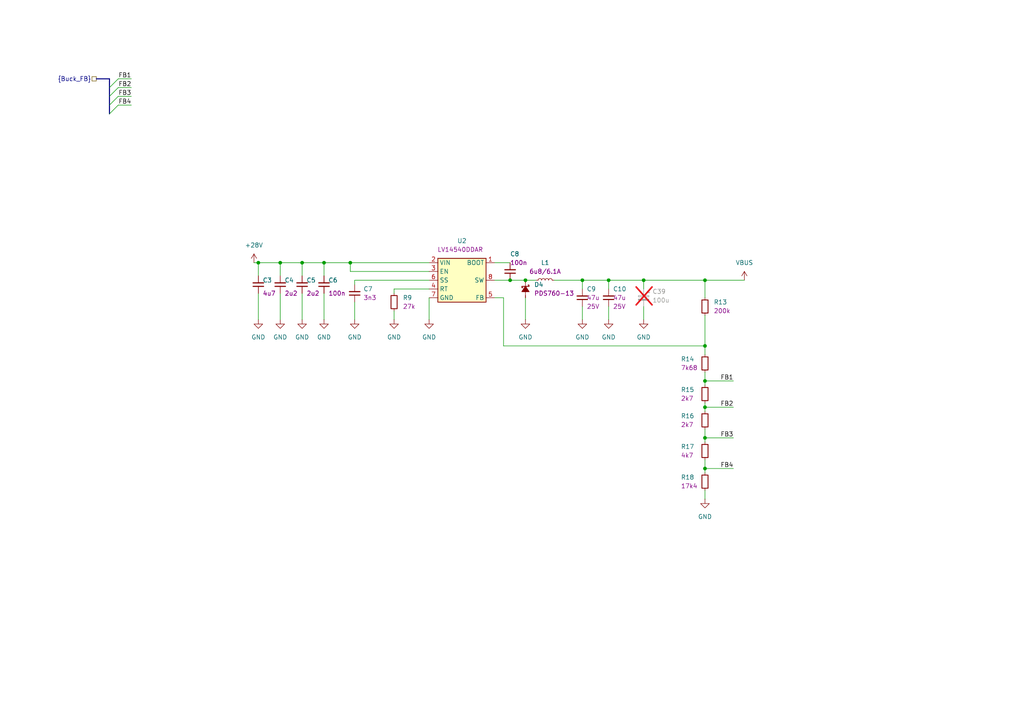
<source format=kicad_sch>
(kicad_sch (version 20230121) (generator eeschema)
  (paper "A4")
  (lib_symbols
    (symbol "antmicroCapacitors0402:C_3n3_0402" (pin_numbers hide) (pin_names hide)
      (property "Reference" "C" (at 20.32 -5.08 0))
      (property "Val" "3n3" (at 20.32 -7.62 0))
      (symbol "C_3n3_0402_0_1"
        (polyline (pts (xy 2.032 -1.524) (xy 2.032 1.524)) (stroke (width 0.3048)))
        (polyline (pts (xy 3.048 -1.524) (xy 3.048 1.524)) (stroke (width 0.3302)))
      )
      (symbol "C_3n3_0402_1_1"
        (pin passive line (at 0 0 0) (length 2.032) (name "~") (number "1"))
        (pin passive line (at 5.08 0 180) (length 2.032) (name "~") (number "2"))
      )
    )
    (symbol "antmicroCapacitors0603:C_100n_100V_X7R_0603" (pin_numbers hide) (pin_names hide)
      (property "Reference" "C" (at 15.24 -5.08 0))
      (property "Val" "100n" (at 15.24 -7.62 0))
      (symbol "C_100n_100V_X7R_0603_0_1"
        (polyline (pts (xy 2.032 -1.524) (xy 2.032 1.524)) (stroke (width 0.3048)))
        (polyline (pts (xy 3.048 -1.524) (xy 3.048 1.524)) (stroke (width 0.3302)))
      )
      (symbol "C_100n_100V_X7R_0603_1_1"
        (pin passive line (at 0 0 0) (length 2.032) (name "~") (number "1"))
        (pin passive line (at 5.08 0 180) (length 2.032) (name "~") (number "2"))
      )
    )
    (symbol "antmicroCapacitorsmisc:C_2u2_1210" (pin_numbers hide) (pin_names hide)
      (property "Reference" "C" (at 20.32 -5.08 0))
      (property "Val" "2u2" (at 20.32 -7.62 0))
      (symbol "C_2u2_1210_0_1"
        (polyline (pts (xy 2.032 -1.524) (xy 2.032 1.524)) (stroke (width 0.3048)))
        (polyline (pts (xy 3.048 -1.524) (xy 3.048 1.524)) (stroke (width 0.3302)))
      )
      (symbol "C_2u2_1210_1_1"
        (pin passive line (at 0 0 0) (length 2.032) (name "~") (number "1"))
        (pin passive line (at 5.08 0 180) (length 2.032) (name "~") (number "2"))
      )
    )
    (symbol "antmicroCapacitorsmisc:C_47u_25V_1206" (pin_numbers hide) (pin_names hide)
      (property "Reference" "C" (at 15.24 -5.08 0))
      (property "Val" "47u" (at 15.24 -7.62 0))
      (property "Voltage" "25V" (at 15.24 -10.16 0))
      (symbol "C_47u_25V_1206_0_1"
        (polyline (pts (xy 2.032 -1.524) (xy 2.032 1.524)) (stroke (width 0.3048)))
        (polyline (pts (xy 3.048 -1.524) (xy 3.048 1.524)) (stroke (width 0.3302)))
      )
      (symbol "C_47u_25V_1206_1_1"
        (pin passive line (at 0 0 0) (length 2.032) (name "~") (number "1"))
        (pin passive line (at 5.08 0 180) (length 2.032) (name "~") (number "2"))
      )
    )
    (symbol "antmicroCapacitorsmisc:C_4u7_1210_100V" (pin_numbers hide) (pin_names hide)
      (property "Reference" "C" (at 20.32 -5.08 0))
      (property "Val" "4u7" (at 20.32 -7.62 0))
      (symbol "C_4u7_1210_100V_0_1"
        (polyline (pts (xy 2.032 -1.524) (xy 2.032 1.524)) (stroke (width 0.3048)))
        (polyline (pts (xy 3.048 -1.524) (xy 3.048 1.524)) (stroke (width 0.3302)))
      )
      (symbol "C_4u7_1210_100V_1_1"
        (pin passive line (at 0 0 0) (length 2.032) (name "~") (number "1"))
        (pin passive line (at 5.08 0 180) (length 2.032) (name "~") (number "2"))
      )
    )
    (symbol "antmicroCapacitorspol:C_Pol_100u_35V_Panasonic-FP-D8-D6.3mm-H7.7mm" (pin_numbers hide) (pin_names hide)
      (property "Reference" "C" (at 13.97 0 0))
      (property "Val" "100u" (at 13.97 -5.08 0))
      (symbol "C_Pol_100u_35V_Panasonic-FP-D8-D6.3mm-H7.7mm_0_1"
        (polyline (pts (xy 0.9652 1.27) (xy 0.9652 1.778)))
        (polyline (pts (xy 1.2192 1.524) (xy 0.7112 1.524)))
        (rectangle (start 1.905 -1.524) (end 2.286 1.524))
        (rectangle (start 2.921 -1.524) (end 3.302 1.524) (fill (type outline)))
      )
      (symbol "C_Pol_100u_35V_Panasonic-FP-D8-D6.3mm-H7.7mm_1_1"
        (pin passive line (at 0 0 0) (length 1.8542) (name "~") (number "1"))
        (pin passive line (at 5.08 0 180) (length 1.8542) (name "~") (number "2"))
      )
    )
    (symbol "antmicroDCDCConverters:LV14540DDAR"
      (property "Reference" "U" (at 33.02 -5.08 0))
      (property "MPN" "LV14540DDAR " (at 33.02 -7.62 0))
      (symbol "LV14540DDAR_1_1"
        (rectangle (start 2.54 1.27) (end 16.51 -11.43) (stroke (width 0.254)) (fill (type background)))
        (pin input line (at 19.05 0 180) (length 2.54) (name "BOOT") (number "1"))
        (pin power_in line (at 0 0 0) (length 2.54) (name "VIN") (number "2"))
        (pin input line (at 0 -2.54 0) (length 2.54) (name "EN") (number "3"))
        (pin input line (at 0 -7.62 0) (length 2.54) (name "RT") (number "4"))
        (pin input line (at 19.05 -10.16 180) (length 2.54) (name "FB") (number "5"))
        (pin input line (at 0 -5.08 0) (length 2.54) (name "SS") (number "6"))
        (pin power_in line (at 0 -10.16 0) (length 2.54) (name "GND") (number "7"))
        (pin power_out line (at 19.05 -5.08 180) (length 2.54) (name "SW") (number "8"))
        (pin passive line (at 0 -10.16 0) (length 2.54) hide (name "GND") (number "9"))
      )
    )
    (symbol "antmicroDiodesRectifiersSingle:PDS760" (pin_numbers hide) (pin_names hide)
      (property "Reference" "D" (at 22.86 -5.08 0))
      (property "MPN" "PDS760-13" (at 22.86 -7.62 0))
      (symbol "PDS760_0_1"
        (polyline (pts (xy 1.905 0) (xy 0.635 0)))
        (polyline (pts (xy 4.445 0) (xy 3.175 0)))
      )
      (symbol "PDS760_1_1"
        (polyline (pts (xy 1.778 1.016) (xy 1.778 -1.016)) (stroke (width 0.254)))
        (polyline (pts (xy 1.778 -1.016) (xy 2.159 -1.016) (xy 2.159 -0.762)) (stroke (width 0.254)))
        (polyline (pts (xy 1.778 1.016) (xy 1.397 1.016) (xy 1.397 0.762)) (stroke (width 0.254)))
        (polyline (pts (xy 3.302 1.016) (xy 3.302 -1.016) (xy 1.778 0) (xy 3.302 1.016)) (stroke (width 0.254)) (fill (type outline)))
        (pin passive line (at 0 0 0) (length 0.635) (name "C") (number "1"))
        (pin passive line (at 5.08 0 180) (length 0.635) (name "A") (number "2"))
      )
    )
    (symbol "antmicroFixedInductors:L_6u8_6.1A_MPS-MPL-AL5050" (pin_numbers hide) (pin_names hide)
      (property "Reference" "L" (at 13.97 0 0))
      (property "Val" "6u8/6.1A" (at 13.97 -5.08 0))
      (symbol "L_6u8_6.1A_MPS-MPL-AL5050_0_1"
        (arc (start 1.524 0) (mid 1.016 0.5058) (end 0.508 0))
        (arc (start 2.54 0) (mid 2.032 0.5058) (end 1.524 0))
        (arc (start 3.556 0) (mid 3.048 0.5058) (end 2.54 0))
        (arc (start 4.572 0) (mid 4.064 0.5058) (end 3.556 0))
      )
      (symbol "L_6u8_6.1A_MPS-MPL-AL5050_1_1"
        (pin passive line (at 0 0 0) (length 0.508) (name "~") (number "1"))
        (pin passive line (at 5.08 0 180) (length 0.508) (name "~") (number "2"))
      )
    )
    (symbol "antmicroResistors0402:R_17k4_0402" (pin_numbers hide) (pin_names hide)
      (property "Reference" "R" (at 20.32 -5.08 0))
      (property "Val" "17k4" (at 20.32 -7.62 0))
      (symbol "R_17k4_0402_0_1"
        (rectangle (start 0.635 0.889) (end 4.445 -0.889) (stroke (width 0.254)))
      )
      (symbol "R_17k4_0402_1_1"
        (pin passive line (at 0 0 0) (length 0.635) (name "~") (number "1"))
        (pin passive line (at 5.08 0 180) (length 0.635) (name "~") (number "2"))
      )
    )
    (symbol "antmicroResistors0402:R_200k_0402" (pin_numbers hide) (pin_names hide)
      (property "Reference" "R" (at 20.32 -5.08 0))
      (property "Val" "200k" (at 20.32 -7.62 0))
      (symbol "R_200k_0402_0_1"
        (rectangle (start 0.635 0.889) (end 4.445 -0.889) (stroke (width 0.254)))
      )
      (symbol "R_200k_0402_1_1"
        (pin passive line (at 0 0 0) (length 0.635) (name "~") (number "1"))
        (pin passive line (at 5.08 0 180) (length 0.635) (name "~") (number "2"))
      )
    )
    (symbol "antmicroResistors0402:R_27k_0402" (pin_numbers hide) (pin_names hide)
      (property "Reference" "R" (at 20.32 -5.08 0))
      (property "Val" "27k" (at 20.32 -7.62 0))
      (symbol "R_27k_0402_0_1"
        (rectangle (start 0.635 0.889) (end 4.445 -0.889) (stroke (width 0.254)))
      )
      (symbol "R_27k_0402_1_1"
        (pin passive line (at 0 0 0) (length 0.635) (name "~") (number "1"))
        (pin passive line (at 5.08 0 180) (length 0.635) (name "~") (number "2"))
      )
    )
    (symbol "antmicroResistors0402:R_2k7_0402" (pin_numbers hide) (pin_names hide)
      (property "Reference" "R" (at 20.32 -5.08 0))
      (property "Val" "2k7" (at 20.32 -7.62 0))
      (symbol "R_2k7_0402_0_1"
        (rectangle (start 0.635 0.889) (end 4.445 -0.889) (stroke (width 0.254)))
      )
      (symbol "R_2k7_0402_1_1"
        (pin passive line (at 0 0 0) (length 0.635) (name "~") (number "1"))
        (pin passive line (at 5.08 0 180) (length 0.635) (name "~") (number "2"))
      )
    )
    (symbol "antmicroResistors0402:R_4k7_0402" (pin_numbers hide) (pin_names hide)
      (property "Reference" "R" (at 20.32 -5.08 0))
      (property "Val" "4k7" (at 20.32 -7.62 0))
      (symbol "R_4k7_0402_0_1"
        (rectangle (start 0.635 0.889) (end 4.445 -0.889) (stroke (width 0.254)))
      )
      (symbol "R_4k7_0402_1_1"
        (pin passive line (at 0 0 0) (length 0.635) (name "~") (number "1"))
        (pin passive line (at 5.08 0 180) (length 0.635) (name "~") (number "2"))
      )
    )
    (symbol "antmicroResistors0402:R_7k68_0402" (pin_numbers hide) (pin_names hide)
      (property "Reference" "R" (at 20.32 -5.08 0))
      (property "Val" "7k68" (at 20.32 -7.62 0))
      (symbol "R_7k68_0402_0_1"
        (rectangle (start 0.635 0.889) (end 4.445 -0.889) (stroke (width 0.254)))
      )
      (symbol "R_7k68_0402_1_1"
        (pin passive line (at 0 0 0) (length 0.635) (name "~") (number "1"))
        (pin passive line (at 5.08 0 180) (length 0.635) (name "~") (number "2"))
      )
    )
    (symbol "antmicropower:+28V" (power) (pin_names (offset 0))
      (property "Value" "+28V" (at 0 3.81 0))
      (symbol "+28V_0_1"
        (polyline (pts (xy -0.762 1.27) (xy 0 2.54)))
        (polyline (pts (xy 0 0) (xy 0 2.54)))
        (polyline (pts (xy 0 2.54) (xy 0.762 1.27)))
      )
      (symbol "+28V_1_1"
        (pin power_in line (at 0 0 90) (length 0) hide (name "+28V") (number "1"))
      )
    )
    (symbol "antmicropower:GND" (power) (pin_numbers hide) (pin_names hide)
      (property "Value" "GND" (at 8.89 -5.08 0))
      (symbol "GND_1_1"
        (polyline (pts (xy 0 0) (xy 0 -1.27) (xy 1.27 -1.27) (xy 0 -2.54) (xy -1.27 -1.27) (xy 0 -1.27)))
        (pin power_in line (at 0 0 270) (length 0) (name "GND") (number "1"))
      )
    )
    (symbol "antmicropower:VBUS" (power) (pin_names (offset 0))
      (property "Value" "VBUS" (at 0 3.81 0))
      (symbol "VBUS_0_1"
        (polyline (pts (xy -0.762 1.27) (xy 0 2.54)))
        (polyline (pts (xy 0 0) (xy 0 2.54)))
        (polyline (pts (xy 0 2.54) (xy 0.762 1.27)))
      )
      (symbol "VBUS_1_1"
        (pin power_in line (at 0 0 90) (length 0) hide (name "VBUS") (number "1"))
      )
    )
  )
  (junction (at 87.63 76.2))
  (junction (at 204.47 110.49))
  (junction (at 101.6 76.2))
  (junction (at 204.47 118.11))
  (junction (at 186.69 81.28))
  (junction (at 152.4 81.28))
  (junction (at 74.93 76.2))
  (junction (at 147.955 81.28))
  (junction (at 168.91 81.28))
  (junction (at 204.47 81.28))
  (junction (at 204.47 135.89))
  (junction (at 93.98 76.2))
  (junction (at 204.47 127))
  (junction (at 176.53 81.28))
  (junction (at 204.47 100.33))
  (junction (at 81.28 76.2))
  (bus_entry (at 31.75 25.4) (size 2.54 -2.54))
  (bus_entry (at 31.75 27.94) (size 2.54 -2.54))
  (bus_entry (at 31.75 30.48) (size 2.54 -2.54))
  (bus_entry (at 31.75 33.02) (size 2.54 -2.54))
  (bus (pts (xy 27.94 22.86) (xy 31.75 22.86)))
  (wire (pts (xy 143.51 86.36) (xy 146.05 86.36)))
  (wire (pts (xy 204.47 124.46) (xy 204.47 127)))
  (wire (pts (xy 204.47 118.11) (xy 212.725 118.11)))
  (bus (pts (xy 31.75 25.4) (xy 31.75 27.94)))
  (wire (pts (xy 34.29 22.86) (xy 38.1 22.86)))
  (wire (pts (xy 204.47 81.28) (xy 204.47 86.36)))
  (wire (pts (xy 93.98 80.01) (xy 93.98 76.2)))
  (wire (pts (xy 87.63 76.2) (xy 93.98 76.2)))
  (bus (pts (xy 31.75 30.48) (xy 31.75 33.02)))
  (wire (pts (xy 87.63 80.01) (xy 87.63 76.2)))
  (wire (pts (xy 124.46 92.71) (xy 124.46 86.36)))
  (wire (pts (xy 204.47 107.95) (xy 204.47 110.49)))
  (wire (pts (xy 204.47 110.49) (xy 212.725 110.49)))
  (wire (pts (xy 204.47 142.24) (xy 204.47 144.78)))
  (wire (pts (xy 102.87 82.55) (xy 102.87 81.28)))
  (wire (pts (xy 168.91 88.9) (xy 168.91 92.71)))
  (wire (pts (xy 176.53 81.28) (xy 176.53 83.82)))
  (bus (pts (xy 31.75 22.86) (xy 31.75 25.4)))
  (wire (pts (xy 160.655 81.28) (xy 168.91 81.28)))
  (wire (pts (xy 87.63 85.09) (xy 87.63 92.71)))
  (wire (pts (xy 114.3 92.71) (xy 114.3 90.17)))
  (wire (pts (xy 143.51 81.28) (xy 147.955 81.28)))
  (wire (pts (xy 74.93 85.09) (xy 74.93 92.71)))
  (wire (pts (xy 34.29 30.48) (xy 38.1 30.48)))
  (wire (pts (xy 168.91 81.28) (xy 176.53 81.28)))
  (wire (pts (xy 143.51 76.2) (xy 147.955 76.2)))
  (wire (pts (xy 204.47 118.11) (xy 204.47 119.38)))
  (wire (pts (xy 152.4 81.28) (xy 155.575 81.28)))
  (wire (pts (xy 93.98 76.2) (xy 101.6 76.2)))
  (wire (pts (xy 204.47 91.44) (xy 204.47 100.33)))
  (wire (pts (xy 186.69 88.9) (xy 186.69 92.71)))
  (wire (pts (xy 204.47 81.28) (xy 215.9 81.28)))
  (wire (pts (xy 124.46 78.74) (xy 101.6 78.74)))
  (wire (pts (xy 204.47 135.89) (xy 204.47 137.16)))
  (wire (pts (xy 204.47 110.49) (xy 204.47 111.76)))
  (bus (pts (xy 31.75 27.94) (xy 31.75 30.48)))
  (wire (pts (xy 176.53 81.28) (xy 186.69 81.28)))
  (wire (pts (xy 186.69 81.28) (xy 186.69 83.82)))
  (wire (pts (xy 146.05 86.36) (xy 146.05 100.33)))
  (wire (pts (xy 204.47 127) (xy 212.725 127)))
  (wire (pts (xy 204.47 100.33) (xy 204.47 102.87)))
  (wire (pts (xy 102.87 81.28) (xy 124.46 81.28)))
  (wire (pts (xy 34.29 25.4) (xy 38.1 25.4)))
  (wire (pts (xy 186.69 81.28) (xy 204.47 81.28)))
  (wire (pts (xy 102.87 92.71) (xy 102.87 87.63)))
  (wire (pts (xy 152.4 86.36) (xy 152.4 92.71)))
  (wire (pts (xy 81.28 76.2) (xy 87.63 76.2)))
  (wire (pts (xy 204.47 135.89) (xy 212.725 135.89)))
  (wire (pts (xy 74.93 80.01) (xy 74.93 76.2)))
  (wire (pts (xy 204.47 116.84) (xy 204.47 118.11)))
  (wire (pts (xy 147.955 81.28) (xy 152.4 81.28)))
  (wire (pts (xy 34.29 27.94) (xy 38.1 27.94)))
  (wire (pts (xy 176.53 88.9) (xy 176.53 92.71)))
  (wire (pts (xy 114.3 83.82) (xy 124.46 83.82)))
  (wire (pts (xy 101.6 76.2) (xy 124.46 76.2)))
  (wire (pts (xy 81.28 80.01) (xy 81.28 76.2)))
  (wire (pts (xy 93.98 85.09) (xy 93.98 92.71)))
  (wire (pts (xy 168.91 81.28) (xy 168.91 83.82)))
  (wire (pts (xy 204.47 133.35) (xy 204.47 135.89)))
  (wire (pts (xy 73.66 76.2) (xy 74.93 76.2)))
  (wire (pts (xy 101.6 78.74) (xy 101.6 76.2)))
  (wire (pts (xy 74.93 76.2) (xy 81.28 76.2)))
  (wire (pts (xy 81.28 85.09) (xy 81.28 92.71)))
  (wire (pts (xy 146.05 100.33) (xy 204.47 100.33)))
  (wire (pts (xy 204.47 127) (xy 204.47 128.27)))
  (wire (pts (xy 114.3 85.09) (xy 114.3 83.82)))
  (label "FB2" (at 212.725 118.11 180))
  (label "FB2" (at 38.1 25.4 180))
  (label "FB1" (at 212.725 110.49 180))
  (label "FB4" (at 212.725 135.89 180))
  (label "FB4" (at 38.1 30.48 180))
  (label "FB3" (at 212.725 127 180))
  (label "FB3" (at 38.1 27.94 180))
  (label "FB1" (at 38.1 22.86 180))
  (hierarchical_label "{Buck_FB}" (shape passive) (at 27.94 22.86 180))
  (symbol (lib_id "antmicropower:GND") (at 81.28 92.71 0) (unit 1)
    (property "Reference" "#PWR010" (effects hide))
    (property "Value" "GND" (at 81.28 97.79 0))
    (property "Author" "Antmicro" (effects hide))
    (property "License" "Apache-2.0" (effects hide))
  )
  (symbol (lib_id "antmicropower:GND") (at 186.69 92.71 0) (unit 1)
    (property "Reference" "#PWR089" (effects hide))
    (property "Value" "GND" (at 186.69 97.79 0))
    (property "Author" "Antmicro" (effects hide))
    (property "License" "Apache-2.0" (effects hide))
  )
  (symbol (lib_id "antmicropower:VBUS") (at 215.9 81.28 0) (unit 1)
    (property "Reference" "#PWR050" (effects hide))
    (property "Value" "VBUS" (at 215.9 76.2 0))
  )
  (symbol (lib_id "antmicroCapacitorsmisc:C_4u7_1210_100V") (at 74.93 85.09 90) (unit 1)
    (property "Reference" "C3" (at 76.2 81.28 90) (effects (justify right)))
    (property "Value" "C_4u7_1210_100V" (effects hide))
    (property "Footprint" "antmicro-footprints:C_1210_3225Metric" (effects hide))
    (property "Datasheet" "https://product.tdk.com/en/search/capacitor/ceramic/mlcc/info?part_no=CGA6M3X7S2A475K200AB" (effects hide))
    (property "MPN" "CGA6M3X7S2A475K200AB" (effects hide))
    (property "Manufacturer" "TDK" (effects hide))
    (property "License" "Apache-2.0" (effects hide))
    (property "Author" "Antmicro" (effects hide))
    (property "Val" "4u7" (at 76.2 85.09 90) (effects (justify right)))
    (property "Voltage" "100V" (effects hide))
  )
  (symbol (lib_id "antmicropower:GND") (at 168.91 92.71 0) (unit 1)
    (property "Reference" "#PWR017" (effects hide))
    (property "Value" "GND" (at 168.91 97.79 0))
    (property "Author" "Antmicro" (effects hide))
    (property "License" "Apache-2.0" (effects hide))
  )
  (symbol (lib_id "antmicropower:+28V") (at 73.66 76.2 0) (unit 1)
    (property "Reference" "#PWR08" (effects hide))
    (property "Value" "+28V" (at 73.66 71.12 0))
  )
  (symbol (lib_id "antmicropower:GND") (at 87.63 92.71 0) (unit 1)
    (property "Reference" "#PWR011" (effects hide))
    (property "Value" "GND" (at 87.63 97.79 0))
    (property "Author" "Antmicro" (effects hide))
    (property "License" "Apache-2.0" (effects hide))
  )
  (symbol (lib_id "antmicroCapacitorspol:C_Pol_100u_35V_Panasonic-FP-D8-D6.3mm-H7.7mm") (at 186.69 83.82 270) (unit 1) (dnp yes)
    (property "Reference" "C39" (at 189.23 84.5566 90) (effects (justify left)))
    (property "Value" "C_Pol_100u_35V_Panasonic-FP-D8-D6.3mm-H7.7mm" (effects hide))
    (property "Footprint" "antmicro-footprints:C_Pol_Panasonic-D8-D6.3mm-H7.7mm" (effects hide))
    (property "Datasheet" "https://industrial.panasonic.com/sa/products/pt/aluminum-cap-smd/models/EEEFPV101XAP" (effects hide))
    (property "Val" "100u" (at 189.23 87.0966 90) (effects (justify left)))
    (property "MPN" "EEEFPV101XAP" (effects hide))
    (property "Manufacturer" "Panasonic" (effects hide))
    (property "License" "Apache-2.0" (effects hide))
    (property "Author" "Antmicro" (effects hide))
    (property "Voltage" "35V" (effects hide))
    (property "Dielectric" "template_dielectric" (effects hide))
  )
  (symbol (lib_id "antmicropower:GND") (at 176.53 92.71 0) (unit 1)
    (property "Reference" "#PWR018" (effects hide))
    (property "Value" "GND" (at 176.53 97.79 0))
    (property "Author" "Antmicro" (effects hide))
    (property "License" "Apache-2.0" (effects hide))
  )
  (symbol (lib_id "antmicropower:GND") (at 74.93 92.71 0) (unit 1)
    (property "Reference" "#PWR09" (effects hide))
    (property "Value" "GND" (at 74.93 97.79 0))
    (property "Author" "Antmicro" (effects hide))
    (property "License" "Apache-2.0" (effects hide))
  )
  (symbol (lib_id "antmicropower:GND") (at 102.87 92.71 0) (unit 1)
    (property "Reference" "#PWR013" (effects hide))
    (property "Value" "GND" (at 102.87 97.79 0))
    (property "Author" "Antmicro" (effects hide))
    (property "License" "Apache-2.0" (effects hide))
  )
  (symbol (lib_id "antmicroCapacitors0402:C_3n3_0402") (at 102.87 87.63 90) (unit 1)
    (property "Reference" "C7" (at 105.41 83.8136 90) (effects (justify right)))
    (property "Value" "C_3n3_0402" (effects hide))
    (property "Footprint" "antmicro-footprints:C_0402_1005Metric" (effects hide))
    (property "Datasheet" "https://www.kemet.com/en/us/capacitors/product/C0402C332K5RAC.html" (effects hide))
    (property "MPN" "C0402C332K5RAC" (effects hide))
    (property "Manufacturer" "KEMET" (effects hide))
    (property "License" "Apache-2.0" (effects hide))
    (property "Author" "Antmicro" (effects hide))
    (property "Val" "3n3" (at 105.41 86.3536 90) (effects (justify right)))
    (property "Voltage" "50V" (effects hide))
    (property "Dielectric" "X7R" (effects hide))
  )
  (symbol (lib_id "antmicroResistors0402:R_2k7_0402") (at 204.47 124.46 90) (unit 1)
    (property "Reference" "R16" (at 197.485 120.65 90) (effects (justify right)))
    (property "Value" "R_2k7_0402" (effects hide))
    (property "Footprint" "antmicro-footprints:R_0402_1005Metric" (effects hide))
    (property "Datasheet" "https://www.bourns.com/docs/product-datasheets/cr.pdf" (effects hide))
    (property "MPN" "CR0402-FX-2701GLF" (effects hide))
    (property "Manufacturer" "Bourns" (effects hide))
    (property "License" "Apache-2.0" (effects hide))
    (property "Author" "Antmicro" (effects hide))
    (property "Val" "2k7" (at 197.485 123.19 90) (effects (justify right)))
    (property "Tolerance" "1%" (effects hide))
  )
  (symbol (lib_id "antmicroResistors0402:R_200k_0402") (at 204.47 91.44 90) (unit 1)
    (property "Reference" "R13" (at 207.01 87.63 90) (effects (justify right)))
    (property "Value" "R_200k_0402" (effects hide))
    (property "Footprint" "antmicro-footprints:R_0402_1005Metric" (effects hide))
    (property "Datasheet" "https://www.bourns.com/docs/product-datasheets/cr.pdf" (effects hide))
    (property "MPN" "CR0402-FX-2003GLF" (effects hide))
    (property "Manufacturer" "Bourns" (effects hide))
    (property "License" "Apache-2.0" (effects hide))
    (property "Author" "Antmicro" (effects hide))
    (property "Val" "200k" (at 207.01 90.17 90) (effects (justify right)))
    (property "Tolerance" "1%" (effects hide))
  )
  (symbol (lib_id "antmicropower:GND") (at 93.98 92.71 0) (unit 1)
    (property "Reference" "#PWR012" (effects hide))
    (property "Value" "GND" (at 93.98 97.79 0))
    (property "Author" "Antmicro" (effects hide))
    (property "License" "Apache-2.0" (effects hide))
  )
  (symbol (lib_id "antmicroResistors0402:R_7k68_0402") (at 204.47 107.95 90) (unit 1)
    (property "Reference" "R14" (at 197.485 104.14 90) (effects (justify right)))
    (property "Value" "R_7k68_0402" (effects hide))
    (property "Footprint" "antmicro-footprints:R_0402_1005Metric" (effects hide))
    (property "Datasheet" "https://www.bourns.com/docs/product-datasheets/cr.pdf" (effects hide))
    (property "MPN" "CR0402-FX-7681GLF" (effects hide))
    (property "Manufacturer" "Bourns" (effects hide))
    (property "License" "Apache-2.0" (effects hide))
    (property "Author" "Antmicro" (effects hide))
    (property "Val" "7k68" (at 197.485 106.68 90) (effects (justify right)))
    (property "Tolerance" "1%" (effects hide))
  )
  (symbol (lib_id "antmicropower:GND") (at 124.46 92.71 0) (unit 1)
    (property "Reference" "#PWR015" (effects hide))
    (property "Value" "GND" (at 124.46 97.79 0))
    (property "Author" "Antmicro" (effects hide))
    (property "License" "Apache-2.0" (effects hide))
  )
  (symbol (lib_id "antmicroCapacitorsmisc:C_47u_25V_1206") (at 168.91 88.9 90) (unit 1)
    (property "Reference" "C9" (at 170.18 83.82 90) (effects (justify right)))
    (property "Value" "C_47u_25V_1206" (effects hide))
    (property "Footprint" "antmicro-footprints:C_1206_3216Metric" (effects hide))
    (property "Datasheet" "https://product.tdk.com/en/search/capacitor/ceramic/mlcc/info?part_no=C3216X5R1E476M160AC" (effects hide))
    (property "MPN" "C3216X5R1E476M160AC" (effects hide))
    (property "Val" "47u" (at 170.18 86.36 90) (effects (justify right)))
    (property "Dielectric" "X5R" (effects hide))
    (property "Voltage" "25V" (at 170.18 88.9 90) (effects (justify right)))
    (property "Manufacturer" "TDK" (effects hide))
    (property "Author" "Antmicro" (effects hide))
    (property "License" "Apache-2.0" (effects hide))
  )
  (symbol (lib_id "antmicroCapacitors0603:C_100n_100V_X7R_0603") (at 93.98 85.09 90) (unit 1)
    (property "Reference" "C6" (at 95.25 81.28 90) (effects (justify right)))
    (property "Value" "C_100n_100V_X7R_0603" (effects hide))
    (property "Footprint" "antmicro-footprints:C_0603_1608Metric" (effects hide))
    (property "Datasheet" "https://www.kemet.com/en/us/capacitors/product/C0603C104J1RACTU.html" (effects hide))
    (property "MPN" "C0603C104J1RACTU" (effects hide))
    (property "Val" "100n" (at 95.25 85.09 90) (effects (justify right)))
    (property "Voltage" "100V" (effects hide))
    (property "Dielectric" "X7R" (effects hide))
    (property "Manufacturer" "KEMET" (effects hide))
    (property "License" "Apache-2.0" (effects hide))
    (property "Author" "Antmicro" (effects hide))
  )
  (symbol (lib_id "antmicropower:GND") (at 152.4 92.71 0) (unit 1)
    (property "Reference" "#PWR016" (effects hide))
    (property "Value" "GND" (at 152.4 97.79 0))
    (property "Author" "Antmicro" (effects hide))
    (property "License" "Apache-2.0" (effects hide))
  )
  (symbol (lib_id "antmicropower:GND") (at 204.47 144.78 0) (unit 1)
    (property "Reference" "#PWR049" (effects hide))
    (property "Value" "GND" (at 204.47 149.86 0))
    (property "Author" "Antmicro" (effects hide))
    (property "License" "Apache-2.0" (effects hide))
  )
  (symbol (lib_id "antmicroFixedInductors:L_6u8_6.1A_MPS-MPL-AL5050") (at 155.575 81.28 0) (unit 1)
    (property "Reference" "L1" (at 158.115 76.2 0))
    (property "Value" "L_6u8_6.1A_MPS-MPL-AL5050" (effects hide))
    (property "Footprint" "antmicro-footprints:L_MPS-MPL-AL5050" (effects hide))
    (property "Datasheet" "https://www.monolithicpower.com/en/documentview/productdocument/index/version/2/document_type/Datasheet/lang/en/sku/MPL-AL5050-6R8/document_id/5811/" (effects hide))
    (property "Val" "6u8/6.1A" (at 158.115 78.74 0))
    (property "Manufacturer" "Monolithic Power Systems" (effects hide))
    (property "MPN" "MPL-AL5050-6R8" (effects hide))
    (property "ISat" "7.6 A" (effects hide))
    (property "IMax" "6.1 A" (effects hide))
    (property "Size" "5.5x5.3" (effects hide))
    (property "Author" "Antmicro" (effects hide))
    (property "License" "Apache-2.0" (effects hide))
  )
  (symbol (lib_id "antmicroCapacitors0603:C_100n_100V_X7R_0603") (at 147.955 81.28 90) (unit 1)
    (property "Reference" "C8" (at 147.955 73.66 90) (effects (justify right)))
    (property "Value" "C_100n_100V_X7R_0603" (effects hide))
    (property "Footprint" "antmicro-footprints:C_0603_1608Metric" (effects hide))
    (property "Datasheet" "https://www.kemet.com/en/us/capacitors/product/C0603C104J1RACTU.html" (effects hide))
    (property "MPN" "C0603C104J1RACTU" (effects hide))
    (property "Val" "100n" (at 147.955 76.2 90) (effects (justify right)))
    (property "Voltage" "100V" (effects hide))
    (property "Dielectric" "X7R" (effects hide))
    (property "Manufacturer" "KEMET" (effects hide))
    (property "License" "Apache-2.0" (effects hide))
    (property "Author" "Antmicro" (effects hide))
  )
  (symbol (lib_id "antmicroResistors0402:R_17k4_0402") (at 204.47 142.24 90) (unit 1)
    (property "Reference" "R18" (at 197.485 138.43 90) (effects (justify right)))
    (property "Value" "R_17k4_0402" (effects hide))
    (property "Footprint" "antmicro-footprints:R_0402_1005Metric" (effects hide))
    (property "Datasheet" "https://www.bourns.com/docs/product-datasheets/cr.pdf" (effects hide))
    (property "MPN" "CR0402-FX-1742GLF" (effects hide))
    (property "Manufacturer" "Bourns" (effects hide))
    (property "License" "Apache-2.0" (effects hide))
    (property "Author" "Antmicro" (effects hide))
    (property "Val" "17k4" (at 197.485 140.97 90) (effects (justify right)))
    (property "Tolerance" "1%" (effects hide))
  )
  (symbol (lib_id "antmicropower:GND") (at 114.3 92.71 0) (unit 1)
    (property "Reference" "#PWR014" (effects hide))
    (property "Value" "GND" (at 114.3 97.79 0))
    (property "Author" "Antmicro" (effects hide))
    (property "License" "Apache-2.0" (effects hide))
  )
  (symbol (lib_id "antmicroDCDCConverters:LV14540DDAR") (at 124.46 76.2 0) (unit 1)
    (property "Reference" "U2" (at 133.985 69.85 0))
    (property "Value" "LV14540DDAR" (effects hide))
    (property "Footprint" "antmicro-footprints:SOIC-8-1EP_3.9x4.9x1.75mm_P1.27mm_EP_vias" (effects hide))
    (property "Datasheet" "https://www.ti.com/lit/ds/symlink/lv14540.pdf?ts=1711947439079&ref_url=https%253A%252F%252Fwww.ti.com%252Fproduct%252FLV14540%253FkeyMatch%253DLV14540%2526tisearch%253Dsearch-everything%2526usecase%253DGPN" (effects hide))
    (property "MPN" "LV14540DDAR " (at 133.985 72.39 0))
    (property "Manufacturer" "Texas Instruments" (effects hide))
    (property "Author" "Antmicro" (effects hide))
    (property "License" "Apache-2.0" (effects hide))
  )
  (symbol (lib_id "antmicroResistors0402:R_2k7_0402") (at 204.47 116.84 90) (unit 1)
    (property "Reference" "R15" (at 197.485 113.03 90) (effects (justify right)))
    (property "Value" "R_2k7_0402" (effects hide))
    (property "Footprint" "antmicro-footprints:R_0402_1005Metric" (effects hide))
    (property "Datasheet" "https://www.bourns.com/docs/product-datasheets/cr.pdf" (effects hide))
    (property "MPN" "CR0402-FX-2701GLF" (effects hide))
    (property "Manufacturer" "Bourns" (effects hide))
    (property "License" "Apache-2.0" (effects hide))
    (property "Author" "Antmicro" (effects hide))
    (property "Val" "2k7" (at 197.485 115.57 90) (effects (justify right)))
    (property "Tolerance" "1%" (effects hide))
  )
  (symbol (lib_id "antmicroResistors0402:R_27k_0402") (at 114.3 90.17 90) (unit 1)
    (property "Reference" "R9" (at 116.84 86.36 90) (effects (justify right)))
    (property "Value" "R_27k_0402" (effects hide))
    (property "Footprint" "antmicro-footprints:R_0402_1005Metric" (effects hide))
    (property "Datasheet" "https://www.bourns.com/docs/product-datasheets/cr.pdf" (effects hide))
    (property "MPN" "CR0402-FX-2702GLF" (effects hide))
    (property "Manufacturer" "Bourns" (effects hide))
    (property "License" "Apache-2.0" (effects hide))
    (property "Author" "Antmicro" (effects hide))
    (property "Val" "27k" (at 116.84 88.9 90) (effects (justify right)))
    (property "Tolerance" "1%" (effects hide))
  )
  (symbol (lib_id "antmicroCapacitorsmisc:C_47u_25V_1206") (at 176.53 88.9 90) (unit 1)
    (property "Reference" "C10" (at 177.8 83.82 90) (effects (justify right)))
    (property "Value" "C_47u_25V_1206" (effects hide))
    (property "Footprint" "antmicro-footprints:C_1206_3216Metric" (effects hide))
    (property "Datasheet" "https://product.tdk.com/en/search/capacitor/ceramic/mlcc/info?part_no=C3216X5R1E476M160AC" (effects hide))
    (property "MPN" "C3216X5R1E476M160AC" (effects hide))
    (property "Val" "47u" (at 177.8 86.36 90) (effects (justify right)))
    (property "Dielectric" "X5R" (effects hide))
    (property "Voltage" "25V" (at 177.8 88.9 90) (effects (justify right)))
    (property "Manufacturer" "TDK" (effects hide))
    (property "Author" "Antmicro" (effects hide))
    (property "License" "Apache-2.0" (effects hide))
  )
  (symbol (lib_id "antmicroCapacitorsmisc:C_2u2_1210") (at 87.63 85.09 90) (unit 1)
    (property "Reference" "C5" (at 88.9 81.28 90) (effects (justify right)))
    (property "Value" "C_2u2_1210" (effects hide))
    (property "Footprint" "antmicro-footprints:C_1210_3225Metric" (effects hide))
    (property "Datasheet" "https://product.tdk.com/en/search/capacitor/ceramic/mlcc/info?part_no=C3225X7R2A225K230AB" (effects hide))
    (property "MPN" "C3225X7R2A225K230AB" (effects hide))
    (property "Manufacturer" "TDK" (effects hide))
    (property "License" "Apache-2.0" (effects hide))
    (property "Author" "Antmicro" (effects hide))
    (property "Val" "2u2" (at 88.9 85.09 90) (effects (justify right)))
  )
  (symbol (lib_id "antmicroCapacitorsmisc:C_2u2_1210") (at 81.28 85.09 90) (unit 1)
    (property "Reference" "C4" (at 82.55 81.28 90) (effects (justify right)))
    (property "Value" "C_2u2_1210" (effects hide))
    (property "Footprint" "antmicro-footprints:C_1210_3225Metric" (effects hide))
    (property "Datasheet" "https://product.tdk.com/en/search/capacitor/ceramic/mlcc/info?part_no=C3225X7R2A225K230AB" (effects hide))
    (property "MPN" "C3225X7R2A225K230AB" (effects hide))
    (property "Manufacturer" "TDK" (effects hide))
    (property "License" "Apache-2.0" (effects hide))
    (property "Author" "Antmicro" (effects hide))
    (property "Val" "2u2" (at 82.55 85.09 90) (effects (justify right)))
  )
  (symbol (lib_id "antmicroResistors0402:R_4k7_0402") (at 204.47 133.35 90) (unit 1)
    (property "Reference" "R17" (at 197.485 129.54 90) (effects (justify right)))
    (property "Value" "R_4k7_0402" (effects hide))
    (property "Footprint" "antmicro-footprints:R_0402_1005Metric" (effects hide))
    (property "Datasheet" "https://www.bourns.com/docs/product-datasheets/cr.pdf" (effects hide))
    (property "MPN" "CR0402-FX-4701GLF" (effects hide))
    (property "Manufacturer" "Bourns" (effects hide))
    (property "License" "Apache-2.0" (effects hide))
    (property "Author" "Antmicro" (effects hide))
    (property "Val" "4k7" (at 197.485 132.08 90) (effects (justify right)))
    (property "Tolerance" "1%" (effects hide))
  )
  (symbol (lib_id "antmicroDiodesRectifiersSingle:PDS760") (at 152.4 81.28 270) (unit 1)
    (property "Reference" "D4" (at 154.94 82.55 90) (effects (justify left)))
    (property "Value" "PDS760" (effects hide))
    (property "Footprint" "antmicro-footprints:PowerDI5" (effects hide))
    (property "Datasheet" "https://www.diodes.com/assets/Datasheets/ds30470.pdf" (effects hide))
    (property "Manufacturer" "Diodes Incorporated" (effects hide))
    (property "MPN" "PDS760-13" (at 154.94 85.09 90) (effects (justify left)))
    (property "Author" "Antmicro" (effects hide))
    (property "License" "Apache-2.0" (effects hide))
  )
)
</source>
